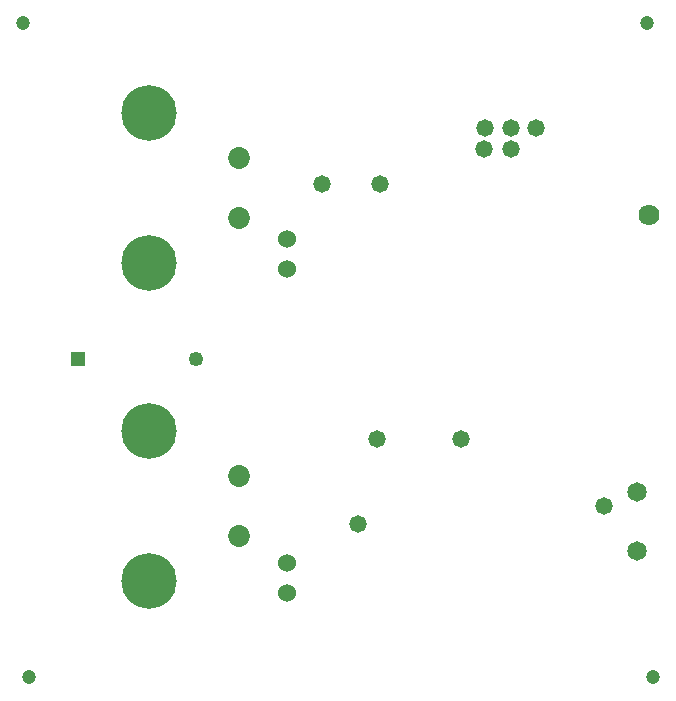
<source format=gbr>
%TF.GenerationSoftware,Altium Limited,Altium Designer,24.6.1 (21)*%
G04 Layer_Color=16711935*
%FSLAX45Y45*%
%MOMM*%
%TF.SameCoordinates,AC9FF34B-BC34-43DD-B331-A16B571A9E15*%
%TF.FilePolarity,Negative*%
%TF.FileFunction,Soldermask,Bot*%
%TF.Part,Single*%
G01*
G75*
%TA.AperFunction,ComponentPad*%
%ADD25C,1.25000*%
%ADD26C,1.52400*%
%ADD28R,1.25000X1.25000*%
%ADD32C,1.78000*%
%ADD49C,4.70320*%
%ADD50C,1.85320*%
%ADD51C,1.65320*%
%ADD52C,1.20320*%
%TA.AperFunction,ViaPad*%
%ADD53C,1.47320*%
D25*
X1770000Y3098800D02*
D03*
D26*
X2540000Y3860800D02*
D03*
Y1117600D02*
D03*
Y4114800D02*
D03*
Y1371600D02*
D03*
D28*
X770000Y3098800D02*
D03*
D32*
X5606600Y4318000D02*
D03*
D49*
X1371600Y3911600D02*
D03*
Y1219200D02*
D03*
Y5181600D02*
D03*
Y2489200D02*
D03*
D50*
X2133600Y2109200D02*
D03*
Y1600200D02*
D03*
Y4801600D02*
D03*
Y4292600D02*
D03*
D51*
X5503800Y1977200D02*
D03*
Y1477200D02*
D03*
D52*
X304800Y5943600D02*
D03*
X5588000D02*
D03*
X5638800Y406400D02*
D03*
X355600D02*
D03*
D53*
X4013200Y2425700D02*
D03*
X3327400Y4584700D02*
D03*
X2832100D02*
D03*
X3302000Y2425700D02*
D03*
X3136900Y1701800D02*
D03*
X4432300Y4876800D02*
D03*
X4203700D02*
D03*
X4216400Y5054600D02*
D03*
X4432300D02*
D03*
X4648200D02*
D03*
X5219700Y1854200D02*
D03*
%TF.MD5,83befb1104e06e28db0e274c5d8598fe*%
M02*

</source>
